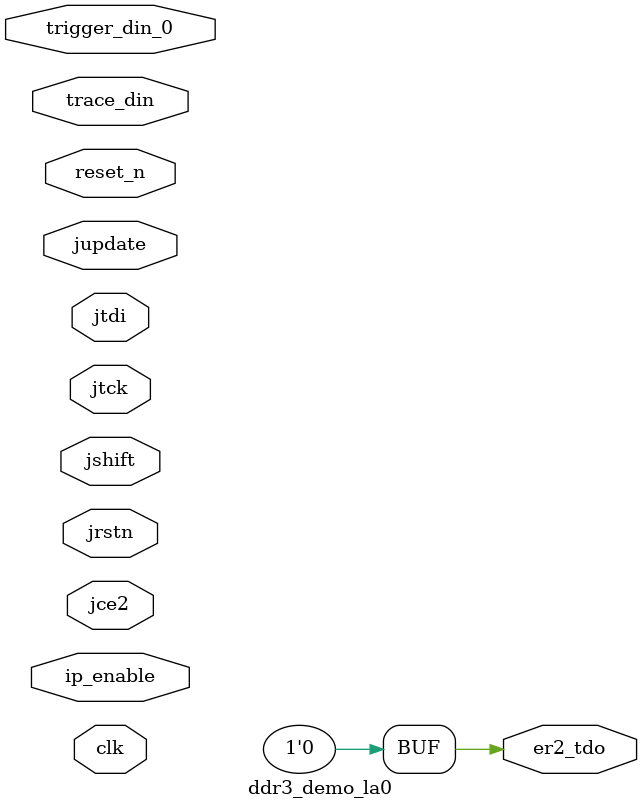
<source format=v>

/* WARNING - Changes to this file should be performed by re-running IPexpress
or modifying the .LPC file and regenerating the core.  Other changes may lead
to inconsistent simulation and/or implemenation results */

module ddr3_demo_la0 (
    clk,
    reset_n,
    jtck,
    jrstn,
    jce2,
    jtdi,
    er2_tdo,
    jshift,
    jupdate,
    trigger_din_0,
    trace_din,
    ip_enable
);

// PARAMETERS DEFINED BY USER
localparam NUM_TRACE_SIGNALS   = 191;
localparam NUM_TRIGGER_SIGNALS = 1;
localparam INCLUDE_TRIG_DATA   = 0;
localparam NUM_TU_BITS_0       = 1;

input  clk;
input  reset_n;
input  jtck;
input  jrstn;
input  jce2;
input  jtdi;
output er2_tdo;
input  jshift;
input  jupdate;
input  [NUM_TU_BITS_0 -1:0] trigger_din_0;
input  [NUM_TRACE_SIGNALS + (NUM_TRIGGER_SIGNALS * INCLUDE_TRIG_DATA) -1:0] trace_din;
input  ip_enable;

assign er2_tdo = 1'b0;

endmodule

</source>
